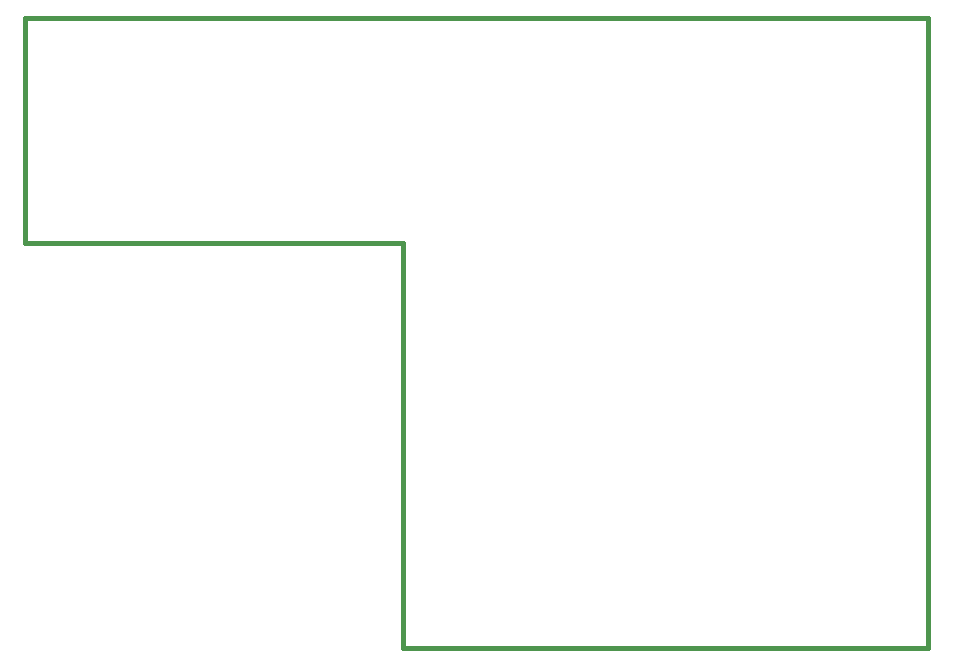
<source format=gko>
G75*
%MOIN*%
%OFA0B0*%
%FSLAX25Y25*%
%IPPOS*%
%LPD*%
%AMOC8*
5,1,8,0,0,1.08239X$1,22.5*
%
%ADD10C,0.01600*%
D10*
X0127900Y0001800D02*
X0302900Y0001800D01*
X0302900Y0211800D01*
X0001900Y0211800D01*
X0001900Y0136800D01*
X0127900Y0136800D01*
X0127900Y0001800D01*
M02*

</source>
